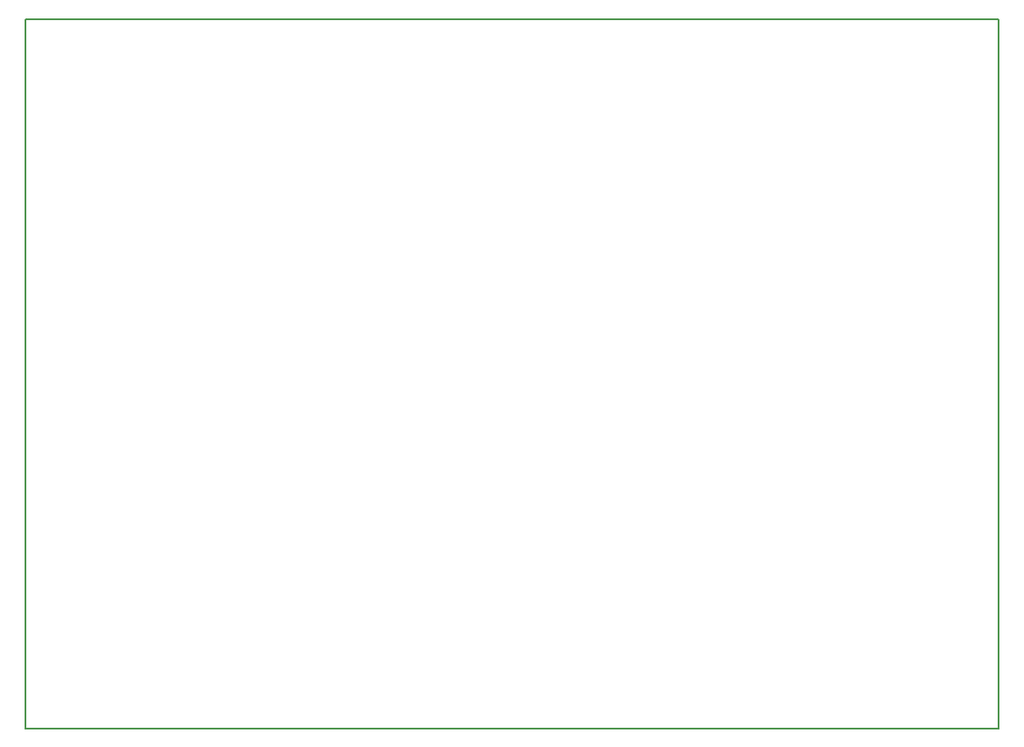
<source format=gbr>
G04 #@! TF.GenerationSoftware,KiCad,Pcbnew,(5.1.5)-3*
G04 #@! TF.CreationDate,2020-01-12T00:37:19-05:00*
G04 #@! TF.ProjectId,MAX17595_offline_20V_supply_v1,4d415831-3735-4393-955f-6f66666c696e,rev?*
G04 #@! TF.SameCoordinates,Original*
G04 #@! TF.FileFunction,Profile,NP*
%FSLAX46Y46*%
G04 Gerber Fmt 4.6, Leading zero omitted, Abs format (unit mm)*
G04 Created by KiCad (PCBNEW (5.1.5)-3) date 2020-01-12 00:37:19*
%MOMM*%
%LPD*%
G04 APERTURE LIST*
%ADD10C,0.200000*%
G04 APERTURE END LIST*
D10*
X167640000Y-53340000D02*
X73660000Y-53340000D01*
X167640000Y-121920000D02*
X167640000Y-53340000D01*
X73660000Y-121920000D02*
X167640000Y-121920000D01*
X73660000Y-53340000D02*
X73660000Y-121920000D01*
M02*

</source>
